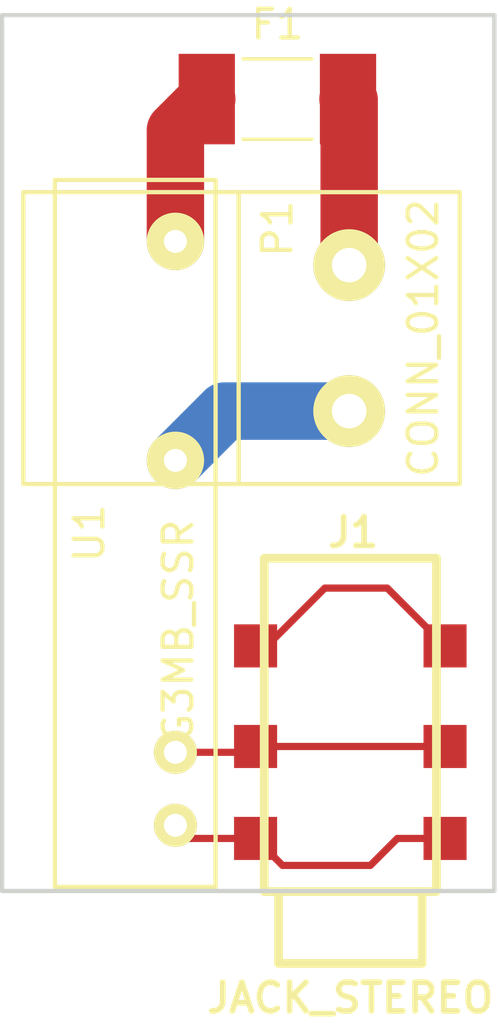
<source format=kicad_pcb>
(kicad_pcb (version 4) (host pcbnew 4.0.4-stable)

  (general
    (links 8)
    (no_connects 0)
    (area 144.704999 77.451 162.075833 113.404136)
    (thickness 1.6)
    (drawings 5)
    (tracks 19)
    (zones 0)
    (modules 4)
    (nets 7)
  )

  (page A4)
  (layers
    (0 F.Cu signal)
    (31 B.Cu signal)
    (32 B.Adhes user)
    (33 F.Adhes user)
    (34 B.Paste user)
    (35 F.Paste user)
    (36 B.SilkS user)
    (37 F.SilkS user)
    (38 B.Mask user)
    (39 F.Mask user)
    (40 Dwgs.User user)
    (41 Cmts.User user)
    (42 Eco1.User user)
    (43 Eco2.User user)
    (44 Edge.Cuts user)
    (45 Margin user)
    (46 B.CrtYd user)
    (47 F.CrtYd user)
    (48 B.Fab user)
    (49 F.Fab user)
  )

  (setup
    (last_trace_width 0.25)
    (trace_clearance 0.2)
    (zone_clearance 0.508)
    (zone_45_only no)
    (trace_min 0.2)
    (segment_width 0.2)
    (edge_width 0.15)
    (via_size 0.6)
    (via_drill 0.4)
    (via_min_size 0.4)
    (via_min_drill 0.3)
    (uvia_size 0.3)
    (uvia_drill 0.1)
    (uvias_allowed no)
    (uvia_min_size 0.2)
    (uvia_min_drill 0.1)
    (pcb_text_width 0.3)
    (pcb_text_size 1.5 1.5)
    (mod_edge_width 0.15)
    (mod_text_size 1 1)
    (mod_text_width 0.15)
    (pad_size 1.524 1.524)
    (pad_drill 0.762)
    (pad_to_mask_clearance 0.2)
    (aux_axis_origin 144.78 108.585)
    (visible_elements FFFFFF7F)
    (pcbplotparams
      (layerselection 0x010f0_80000001)
      (usegerberextensions true)
      (excludeedgelayer true)
      (linewidth 0.100000)
      (plotframeref false)
      (viasonmask false)
      (mode 1)
      (useauxorigin true)
      (hpglpennumber 1)
      (hpglpenspeed 20)
      (hpglpendiameter 15)
      (hpglpenoverlay 2)
      (psnegative false)
      (psa4output false)
      (plotreference true)
      (plotvalue true)
      (plotinvisibletext false)
      (padsonsilk false)
      (subtractmaskfromsilk false)
      (outputformat 1)
      (mirror false)
      (drillshape 0)
      (scaleselection 1)
      (outputdirectory gerber_single/))
  )

  (net 0 "")
  (net 1 "Net-(F1-Pad2)")
  (net 2 "Net-(F1-Pad1)")
  (net 3 "Net-(J1-Pad3)")
  (net 4 "Net-(J1-Pad1)")
  (net 5 "Net-(J1-Pad2)")
  (net 6 "Net-(P1-Pad1)")

  (net_class Default "This is the default net class."
    (clearance 0.2)
    (trace_width 0.25)
    (via_dia 0.6)
    (via_drill 0.4)
    (uvia_dia 0.3)
    (uvia_drill 0.1)
    (add_net "Net-(F1-Pad1)")
    (add_net "Net-(F1-Pad2)")
    (add_net "Net-(J1-Pad1)")
    (add_net "Net-(J1-Pad2)")
    (add_net "Net-(J1-Pad3)")
    (add_net "Net-(P1-Pad1)")
  )

  (module Fuse_Holders_and_Fuses:Fuse_0679H (layer F.Cu) (tedit 581264AC) (tstamp 59326883)
    (at 154.3685 81.026)
    (descr "0679H Series, 2410 Size")
    (tags Fuse)
    (path /5932647D)
    (attr smd)
    (fp_text reference F1 (at 0 -2.6) (layer F.SilkS)
      (effects (font (size 1 1) (thickness 0.15)))
    )
    (fp_text value 2A (at 0 2.6) (layer F.Fab)
      (effects (font (size 1 1) (thickness 0.15)))
    )
    (fp_line (start -3.7 1.85) (end -3.7 -1.85) (layer F.CrtYd) (width 0.05))
    (fp_line (start 3.7 1.85) (end -3.7 1.85) (layer F.CrtYd) (width 0.05))
    (fp_line (start 3.7 -1.85) (end 3.7 1.85) (layer F.CrtYd) (width 0.05))
    (fp_line (start -3.7 -1.85) (end 3.7 -1.85) (layer F.CrtYd) (width 0.05))
    (fp_line (start -1.2 1.4) (end 1.2 1.4) (layer F.SilkS) (width 0.12))
    (fp_line (start -1.2 -1.4) (end 1.2 -1.4) (layer F.SilkS) (width 0.12))
    (fp_line (start -3.05 1.27) (end -3.05 -1.27) (layer F.Fab) (width 0.1))
    (fp_line (start 3.05 1.27) (end -3.05 1.27) (layer F.Fab) (width 0.1))
    (fp_line (start 3.05 -1.27) (end 3.05 1.27) (layer F.Fab) (width 0.1))
    (fp_line (start -3.05 -1.27) (end 3.05 -1.27) (layer F.Fab) (width 0.1))
    (pad 2 smd rect (at 2.46 0) (size 1.96 3.15) (layers F.Cu F.Paste F.Mask)
      (net 1 "Net-(F1-Pad2)"))
    (pad 1 smd rect (at -2.46 0) (size 1.96 3.15) (layers F.Cu F.Paste F.Mask)
      (net 2 "Net-(F1-Pad1)"))
  )

  (module w_conn_av:jack_3.5_pj313d-smt (layer F.Cu) (tedit 58C1C4BC) (tstamp 5932688F)
    (at 156.9085 102.8065)
    (descr "3.5mm jack, HK RTL PJ313D")
    (path /5932639C)
    (fp_text reference J1 (at 0.1 -6.7) (layer F.SilkS)
      (effects (font (size 0.99822 0.99822) (thickness 0.19812)))
    )
    (fp_text value JACK_STEREO (at 0 9.5) (layer F.SilkS)
      (effects (font (size 0.99822 0.99822) (thickness 0.19812)))
    )
    (fp_line (start -2.5 5.8) (end -2.5 8.3) (layer F.SilkS) (width 0.3048))
    (fp_line (start -2.5 8.3) (end 2.5 8.3) (layer F.SilkS) (width 0.3048))
    (fp_line (start 2.5 5.8) (end 2.5 8.3) (layer F.SilkS) (width 0.3048))
    (fp_line (start -3 -5.8) (end -3 5.8) (layer F.SilkS) (width 0.3048))
    (fp_line (start -3 -5.8) (end 3 -5.8) (layer F.SilkS) (width 0.3048))
    (fp_line (start 3 -5.8) (end 3 5.8) (layer F.SilkS) (width 0.3048))
    (fp_line (start -3 5.8) (end 3 5.8) (layer F.SilkS) (width 0.3048))
    (pad "" np_thru_hole circle (at 0 3.25) (size 1.5 1.5) (drill 1.5) (layers *.Cu *.Mask F.SilkS))
    (pad "" np_thru_hole circle (at 0 -2.75) (size 1.5 1.5) (drill 1.5) (layers *.Cu *.Mask F.SilkS))
    (pad 3 smd rect (at -3.3 3.95) (size 1.5 1.5) (layers F.Cu F.Paste F.Mask)
      (net 3 "Net-(J1-Pad3)"))
    (pad 1 smd rect (at -3.3 -2.75) (size 1.5 1.5) (layers F.Cu F.Paste F.Mask)
      (net 4 "Net-(J1-Pad1)"))
    (pad 2 smd rect (at -3.3 0.75) (size 1.5 1.5) (layers F.Cu F.Paste F.Mask)
      (net 5 "Net-(J1-Pad2)"))
    (pad 3 smd rect (at 3.3 3.95) (size 1.5 1.5) (layers F.Cu F.Paste F.Mask)
      (net 3 "Net-(J1-Pad3)"))
    (pad 2 smd rect (at 3.3 0.75) (size 1.5 1.5) (layers F.Cu F.Paste F.Mask)
      (net 5 "Net-(J1-Pad2)"))
    (pad 1 smd rect (at 3.3 -2.75) (size 1.5 1.5) (layers F.Cu F.Paste F.Mask)
      (net 4 "Net-(J1-Pad1)"))
    (model walter/conn_av/jack_3.5_pj313d-smt.wrl
      (at (xyz 0 0 0))
      (scale (xyz 1 1 1))
      (rotate (xyz 0 0 0))
    )
  )

  (module 2EDCK-Screw-Connectors:2EDCK-5.08-2PIN (layer F.Cu) (tedit 56C0E12E) (tstamp 59326895)
    (at 160.7185 94.4245 90)
    (path /593264D9)
    (fp_text reference P1 (at 8.89 -6.35 90) (layer F.SilkS)
      (effects (font (size 1 1) (thickness 0.15)))
    )
    (fp_text value CONN_01X02 (at 5.08 -1.27 90) (layer F.SilkS)
      (effects (font (size 1 1) (thickness 0.15)))
    )
    (fp_line (start 0 -7.7) (end 0 -15.2) (layer F.SilkS) (width 0.15))
    (fp_line (start 0 -15.2) (end 10.16 -15.2) (layer F.SilkS) (width 0.15))
    (fp_line (start 10.16 -15.2) (end 10.16 -7.7) (layer F.SilkS) (width 0.15))
    (fp_line (start 0 0) (end 10.16 0) (layer F.SilkS) (width 0.15))
    (fp_line (start 10.16 0) (end 10.16 -7.7) (layer F.SilkS) (width 0.15))
    (fp_line (start 10.16 -7.7) (end 0 -7.7) (layer F.SilkS) (width 0.15))
    (fp_line (start 0 -7.7) (end 0 0) (layer F.SilkS) (width 0.15))
    (pad 1 thru_hole circle (at 2.54 -3.85 90) (size 2.5 2.5) (drill 1.2) (layers *.Cu *.Mask F.SilkS)
      (net 6 "Net-(P1-Pad1)"))
    (pad 2 thru_hole circle (at 7.62 -3.85 90) (size 2.5 2.5) (drill 1.2) (layers *.Cu *.Mask F.SilkS)
      (net 1 "Net-(F1-Pad2)"))
  )

  (module SSR-OmronG3MB:G3MB (layer F.Cu) (tedit 54128DB0) (tstamp 5932689D)
    (at 149.4155 96.139 90)
    (path /593263CF)
    (fp_text reference U1 (at 0 -1.6 90) (layer F.SilkS)
      (effects (font (size 1 1) (thickness 0.15)))
    )
    (fp_text value G3MB_SSR (at -3.4 1.5 90) (layer F.SilkS)
      (effects (font (size 1 1) (thickness 0.15)))
    )
    (fp_line (start -12.3 -2.8) (end 12.3 -2.8) (layer F.SilkS) (width 0.15))
    (fp_line (start 12.3 -2.8) (end 12.3 2.8) (layer F.SilkS) (width 0.15))
    (fp_line (start 12.3 2.8) (end -12.3 2.8) (layer F.SilkS) (width 0.15))
    (fp_line (start -12.3 2.8) (end -12.3 -2.8) (layer F.SilkS) (width 0.15))
    (pad 4 thru_hole circle (at -10.16 1.4 90) (size 1.5 1.5) (drill 0.8) (layers *.Cu *.Mask F.SilkS)
      (net 3 "Net-(J1-Pad3)"))
    (pad 3 thru_hole circle (at -7.62 1.4 90) (size 1.5 1.5) (drill 0.8) (layers *.Cu *.Mask F.SilkS)
      (net 5 "Net-(J1-Pad2)"))
    (pad 2 thru_hole circle (at 2.54 1.4 90) (size 2 2) (drill 0.8) (layers *.Cu *.Mask F.SilkS)
      (net 6 "Net-(P1-Pad1)"))
    (pad 1 thru_hole circle (at 10.16 1.4 90) (size 2 2) (drill 0.8) (layers *.Cu *.Mask F.SilkS)
      (net 2 "Net-(F1-Pad1)"))
  )

  (gr_line (start 144.78 108.585) (end 145.415 108.585) (angle 90) (layer Edge.Cuts) (width 0.15))
  (gr_line (start 144.78 78.105) (end 144.78 108.585) (angle 90) (layer Edge.Cuts) (width 0.15))
  (gr_line (start 161.925 78.105) (end 144.78 78.105) (angle 90) (layer Edge.Cuts) (width 0.15))
  (gr_line (start 161.925 108.585) (end 161.925 78.105) (angle 90) (layer Edge.Cuts) (width 0.15))
  (gr_line (start 145.415 108.585) (end 161.925 108.585) (angle 90) (layer Edge.Cuts) (width 0.15))

  (segment (start 156.8685 86.8045) (end 156.8685 81.066) (width 2) (layer F.Cu) (net 1) (status C00000))
  (segment (start 156.8685 81.066) (end 156.8285 81.026) (width 2) (layer F.Cu) (net 1) (tstamp 593269A8) (status C00000))
  (segment (start 150.8155 85.979) (end 150.8155 82.119) (width 2) (layer F.Cu) (net 2) (status 400000))
  (segment (start 150.8155 82.119) (end 151.9085 81.026) (width 2) (layer F.Cu) (net 2) (tstamp 593269AC) (status 800000))
  (segment (start 153.6085 106.7565) (end 151.273 106.7565) (width 0.25) (layer F.Cu) (net 3) (status C00000))
  (segment (start 151.273 106.7565) (end 150.8155 106.299) (width 0.25) (layer F.Cu) (net 3) (tstamp 5932694F) (status C00000))
  (segment (start 160.2085 106.7565) (end 158.5465 106.7565) (width 0.25) (layer F.Cu) (net 3) (status 400000))
  (segment (start 154.548 107.696) (end 153.6085 106.7565) (width 0.25) (layer F.Cu) (net 3) (tstamp 5932694C) (status 800000))
  (segment (start 157.607 107.696) (end 154.548 107.696) (width 0.25) (layer F.Cu) (net 3) (tstamp 59326949))
  (segment (start 158.5465 106.7565) (end 157.607 107.696) (width 0.25) (layer F.Cu) (net 3) (tstamp 59326947))
  (segment (start 153.6085 100.0565) (end 154.007 100.0565) (width 0.25) (layer F.Cu) (net 4) (status C00000))
  (segment (start 154.007 100.0565) (end 156.0195 98.044) (width 0.25) (layer F.Cu) (net 4) (tstamp 593269D6) (status 400000))
  (segment (start 156.0195 98.044) (end 158.196 98.044) (width 0.25) (layer F.Cu) (net 4) (tstamp 593269D7))
  (segment (start 158.196 98.044) (end 160.2085 100.0565) (width 0.25) (layer F.Cu) (net 4) (tstamp 593269D9) (status 800000))
  (segment (start 160.2085 103.5565) (end 153.6085 103.5565) (width 0.25) (layer F.Cu) (net 5) (status C00000))
  (segment (start 153.6085 103.5565) (end 153.406 103.759) (width 0.25) (layer F.Cu) (net 5) (tstamp 59326940) (status C00000))
  (segment (start 153.406 103.759) (end 150.8155 103.759) (width 0.25) (layer F.Cu) (net 5) (tstamp 59326941) (status C00000))
  (segment (start 156.8685 91.8845) (end 152.53 91.8845) (width 2) (layer B.Cu) (net 6) (status 400000))
  (segment (start 152.53 91.8845) (end 150.8155 93.599) (width 2) (layer B.Cu) (net 6) (tstamp 5932698E) (status 800000))

)

</source>
